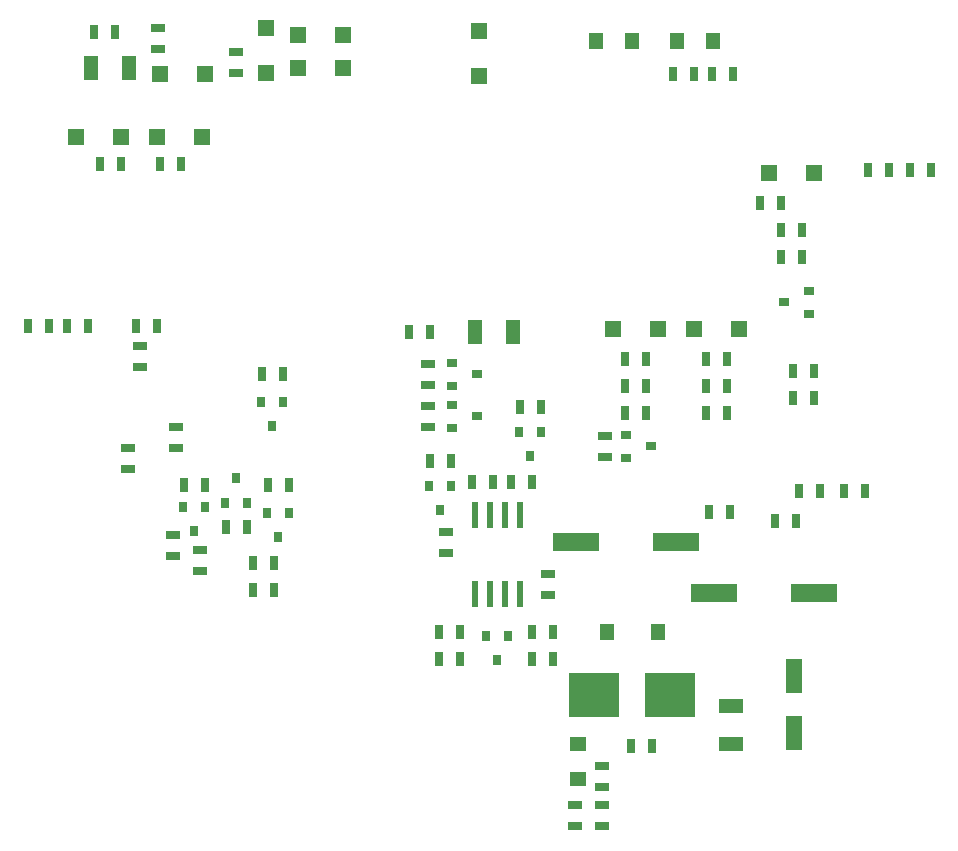
<source format=gtp>
G75*
%MOIN*%
%OFA0B0*%
%FSLAX25Y25*%
%IPPOS*%
%LPD*%
%AMOC8*
5,1,8,0,0,1.08239X$1,22.5*
%
%ADD10R,0.04724X0.07874*%
%ADD11R,0.03150X0.04724*%
%ADD12R,0.05512X0.11811*%
%ADD13R,0.07874X0.04724*%
%ADD14R,0.05000X0.05787*%
%ADD15R,0.03150X0.03543*%
%ADD16R,0.05512X0.04724*%
%ADD17R,0.16700X0.15000*%
%ADD18R,0.02362X0.08661*%
%ADD19R,0.04724X0.03150*%
%ADD20R,0.04724X0.05512*%
%ADD21R,0.03543X0.03150*%
%ADD22R,0.05512X0.05512*%
%ADD23R,0.15354X0.06299*%
D10*
X0171701Y0191000D03*
X0184299Y0191000D03*
X0056299Y0279000D03*
X0043701Y0279000D03*
D11*
X0097457Y0105000D03*
X0104543Y0105000D03*
X0104543Y0114000D03*
X0097457Y0114000D03*
X0095543Y0126000D03*
X0088457Y0126000D03*
X0081543Y0140000D03*
X0074457Y0140000D03*
X0102457Y0140000D03*
X0109543Y0140000D03*
X0107543Y0177000D03*
X0100457Y0177000D03*
X0065543Y0193000D03*
X0058457Y0193000D03*
X0042543Y0193000D03*
X0035457Y0193000D03*
X0029543Y0193000D03*
X0022457Y0193000D03*
X0046457Y0247000D03*
X0053543Y0247000D03*
X0066457Y0247000D03*
X0073543Y0247000D03*
X0051543Y0291000D03*
X0044457Y0291000D03*
X0149457Y0191000D03*
X0156543Y0191000D03*
X0186457Y0166000D03*
X0193543Y0166000D03*
X0163543Y0148000D03*
X0156457Y0148000D03*
X0170457Y0141000D03*
X0177543Y0141000D03*
X0183457Y0141000D03*
X0190543Y0141000D03*
X0221457Y0164000D03*
X0228543Y0164000D03*
X0228543Y0173000D03*
X0221457Y0173000D03*
X0221457Y0182000D03*
X0228543Y0182000D03*
X0248457Y0182000D03*
X0255543Y0182000D03*
X0255543Y0173000D03*
X0248457Y0173000D03*
X0248457Y0164000D03*
X0255543Y0164000D03*
X0277457Y0169000D03*
X0284543Y0169000D03*
X0284543Y0178000D03*
X0277457Y0178000D03*
X0280543Y0216000D03*
X0273457Y0216000D03*
X0273457Y0225000D03*
X0280543Y0225000D03*
X0273543Y0234000D03*
X0266457Y0234000D03*
X0302457Y0245000D03*
X0309543Y0245000D03*
X0316457Y0245000D03*
X0323543Y0245000D03*
X0257543Y0277000D03*
X0250457Y0277000D03*
X0244543Y0277000D03*
X0237457Y0277000D03*
X0279457Y0138000D03*
X0286543Y0138000D03*
X0294457Y0138000D03*
X0301543Y0138000D03*
X0278543Y0128000D03*
X0271457Y0128000D03*
X0256543Y0131000D03*
X0249457Y0131000D03*
X0197543Y0091000D03*
X0190457Y0091000D03*
X0190457Y0082000D03*
X0197543Y0082000D03*
X0166543Y0082000D03*
X0159457Y0082000D03*
X0159457Y0091000D03*
X0166543Y0091000D03*
X0223457Y0053000D03*
X0230543Y0053000D03*
D12*
X0278000Y0057551D03*
X0278000Y0076449D03*
D13*
X0257000Y0066299D03*
X0257000Y0053701D03*
D14*
X0232465Y0091000D03*
X0215535Y0091000D03*
D15*
X0182740Y0089937D03*
X0175260Y0089937D03*
X0179000Y0081669D03*
X0160000Y0131669D03*
X0156260Y0139937D03*
X0163740Y0139937D03*
X0186260Y0157937D03*
X0193740Y0157937D03*
X0190000Y0149669D03*
X0109740Y0130937D03*
X0102260Y0130937D03*
X0095740Y0134063D03*
X0088260Y0134063D03*
X0081740Y0132937D03*
X0074260Y0132937D03*
X0078000Y0124669D03*
X0092000Y0142331D03*
X0104000Y0159669D03*
X0100260Y0167937D03*
X0107740Y0167937D03*
X0106000Y0122669D03*
D16*
X0206000Y0053906D03*
X0206000Y0042094D03*
D17*
X0211400Y0070000D03*
X0236500Y0070000D03*
D18*
X0186500Y0103890D03*
X0181500Y0103890D03*
X0176500Y0103890D03*
X0171500Y0103890D03*
X0171500Y0130110D03*
X0176500Y0130110D03*
X0181500Y0130110D03*
X0186500Y0130110D03*
D19*
X0196000Y0110543D03*
X0196000Y0103457D03*
X0162000Y0117457D03*
X0162000Y0124543D03*
X0156000Y0159457D03*
X0156000Y0166543D03*
X0156000Y0173457D03*
X0156000Y0180543D03*
X0215000Y0156543D03*
X0215000Y0149457D03*
X0214000Y0046543D03*
X0214000Y0039457D03*
X0214000Y0033543D03*
X0214000Y0026457D03*
X0205000Y0026457D03*
X0205000Y0033543D03*
X0080000Y0111457D03*
X0080000Y0118543D03*
X0071000Y0116457D03*
X0071000Y0123543D03*
X0056000Y0145457D03*
X0056000Y0152543D03*
X0072000Y0152457D03*
X0072000Y0159543D03*
X0060000Y0179457D03*
X0060000Y0186543D03*
X0092000Y0277457D03*
X0092000Y0284543D03*
X0066000Y0285457D03*
X0066000Y0292543D03*
D20*
X0212094Y0288000D03*
X0223906Y0288000D03*
X0239094Y0288000D03*
X0250906Y0288000D03*
D21*
X0282937Y0204740D03*
X0282937Y0197260D03*
X0274669Y0201000D03*
X0222063Y0156740D03*
X0222063Y0149260D03*
X0230331Y0153000D03*
X0172331Y0163000D03*
X0164063Y0159260D03*
X0164063Y0166740D03*
X0164063Y0173260D03*
X0172331Y0177000D03*
X0164063Y0180740D03*
D22*
X0217520Y0192000D03*
X0232480Y0192000D03*
X0244520Y0192000D03*
X0259480Y0192000D03*
X0269520Y0244000D03*
X0284480Y0244000D03*
X0173000Y0276520D03*
X0173000Y0291480D03*
X0127480Y0290000D03*
X0127480Y0279000D03*
X0112520Y0279000D03*
X0102000Y0277520D03*
X0112520Y0290000D03*
X0102000Y0292480D03*
X0081480Y0277000D03*
X0066520Y0277000D03*
X0065520Y0256000D03*
X0053480Y0256000D03*
X0038520Y0256000D03*
X0080480Y0256000D03*
D23*
X0205268Y0121000D03*
X0238732Y0121000D03*
X0251268Y0104000D03*
X0284732Y0104000D03*
M02*

</source>
